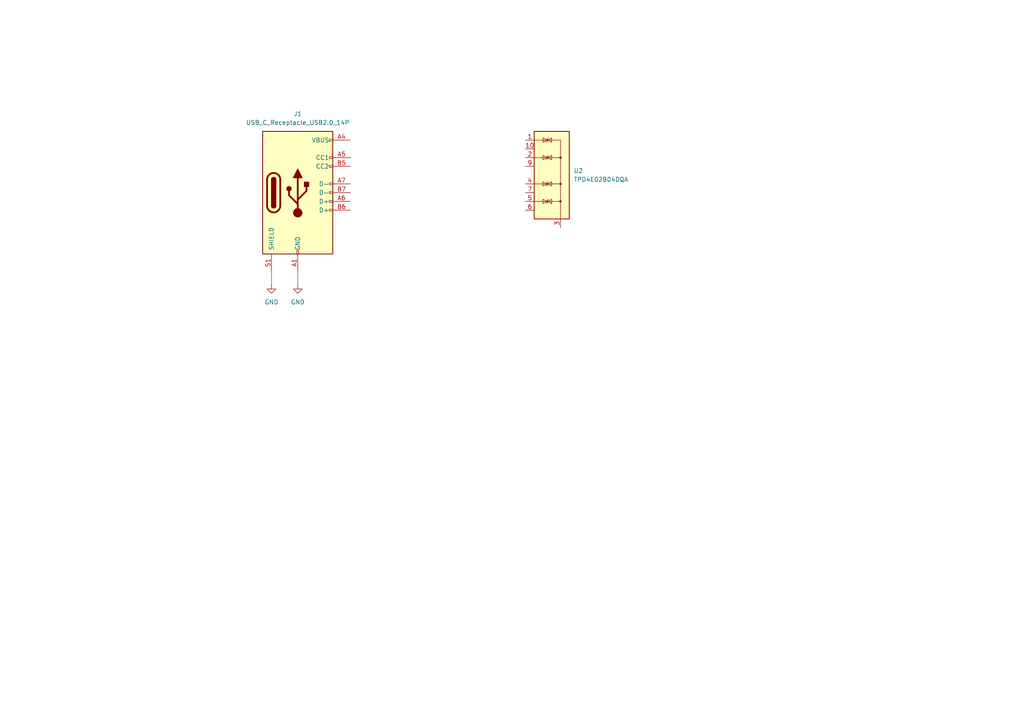
<source format=kicad_sch>
(kicad_sch (version 20231120) (generator "eeschema") (generator_version "8.0")
  (paper "A4")
  (lib_symbols
    (symbol "Connector:USB_C_Receptacle_USB2.0_14P" (pin_names (offset 1.016))
      (property "Reference" "J" (at 0 22.225 0))
      (property "Value" "USB_C_Receptacle_USB2.0_14P" (at 0 19.685 0))
      (symbol "USB_C_Receptacle_USB2.0_14P_0_0"
        (rectangle (start -0.254 -17.78) (end 0.254 -16.764))
        (rectangle (start 10.16 -4.826) (end 9.144 -5.334))
        (rectangle (start 10.16 -2.286) (end 9.144 -2.794))
        (rectangle (start 10.16 0.254) (end 9.144 -0.254))
        (rectangle (start 10.16 2.794) (end 9.144 2.286))
        (rectangle (start 10.16 7.874) (end 9.144 7.366))
        (rectangle (start 10.16 10.414) (end 9.144 9.906))
        (rectangle (start 10.16 15.494) (end 9.144 14.986))
      )
      (symbol "USB_C_Receptacle_USB2.0_14P_0_1"
        (rectangle (start -10.16 17.78) (end 10.16 -17.78) (stroke (width 0.254)) (fill (type background)))
        (arc (start -8.89 -3.81) (mid -6.985 -5.7067) (end -5.08 -3.81) (stroke (width 0.508)))
        (arc (start -7.62 -3.81) (mid -6.985 -4.4423) (end -6.35 -3.81) (stroke (width 0.254)))
        (arc (start -7.62 -3.81) (mid -6.985 -4.4423) (end -6.35 -3.81) (stroke (width 0.254)) (fill (type outline)))
        (rectangle (start -7.62 -3.81) (end -6.35 3.81) (stroke (width 0.254)) (fill (type outline)))
        (arc (start -6.35 3.81) (mid -6.985 4.4423) (end -7.62 3.81) (stroke (width 0.254)))
        (arc (start -6.35 3.81) (mid -6.985 4.4423) (end -7.62 3.81) (stroke (width 0.254)) (fill (type outline)))
        (arc (start -5.08 3.81) (mid -6.985 5.7067) (end -8.89 3.81) (stroke (width 0.508)))
        (circle (center -2.54 1.143) (radius 0.635) (stroke (width 0.254)) (fill (type outline)))
        (circle (center 0 -5.842) (radius 1.27) (fill (type outline)))
        (polyline (pts (xy -8.89 -3.81) (xy -8.89 3.81)) (stroke (width 0.508)))
        (polyline (pts (xy -5.08 3.81) (xy -5.08 -3.81)) (stroke (width 0.508)))
        (polyline (pts (xy 0 -5.842) (xy 0 4.318)) (stroke (width 0.508)))
        (polyline (pts (xy 0 -3.302) (xy -2.54 -0.762) (xy -2.54 0.508)) (stroke (width 0.508)))
        (polyline (pts (xy 0 -2.032) (xy 2.54 0.508) (xy 2.54 1.778)) (stroke (width 0.508)))
        (polyline (pts (xy -1.27 4.318) (xy 0 6.858) (xy 1.27 4.318) (xy -1.27 4.318)) (stroke (width 0.254)) (fill (type outline)))
        (rectangle (start 1.905 1.778) (end 3.175 3.048) (stroke (width 0.254)) (fill (type outline)))
      )
      (symbol "USB_C_Receptacle_USB2.0_14P_1_1"
        (pin passive line (at 0 -22.86 90) (length 5.08) (name "GND") (number "A1"))
        (pin passive line (at 0 -22.86 90) (length 5.08) hide (name "GND") (number "A12"))
        (pin passive line (at 15.24 15.24 180) (length 5.08) (name "VBUS") (number "A4"))
        (pin bidirectional line (at 15.24 10.16 180) (length 5.08) (name "CC1") (number "A5"))
        (pin bidirectional line (at 15.24 -2.54 180) (length 5.08) (name "D+") (number "A6"))
        (pin bidirectional line (at 15.24 2.54 180) (length 5.08) (name "D-") (number "A7"))
        (pin passive line (at 15.24 15.24 180) (length 5.08) hide (name "VBUS") (number "A9"))
        (pin passive line (at 0 -22.86 90) (length 5.08) hide (name "GND") (number "B1"))
        (pin passive line (at 0 -22.86 90) (length 5.08) hide (name "GND") (number "B12"))
        (pin passive line (at 15.24 15.24 180) (length 5.08) hide (name "VBUS") (number "B4"))
        (pin bidirectional line (at 15.24 7.62 180) (length 5.08) (name "CC2") (number "B5"))
        (pin bidirectional line (at 15.24 -5.08 180) (length 5.08) (name "D+") (number "B6"))
        (pin bidirectional line (at 15.24 0 180) (length 5.08) (name "D-") (number "B7"))
        (pin passive line (at 15.24 15.24 180) (length 5.08) hide (name "VBUS") (number "B9"))
        (pin passive line (at -7.62 -22.86 90) (length 5.08) (name "SHIELD") (number "S1"))
      )
    )
    (symbol "Power_Protection:TPD4E02B04DQA" (pin_names hide)
      (property "Reference" "U" (at 2.54 -11.43 0))
      (property "Value" "TPD4E02B04DQA" (at 7.62 1.905 0))
      (symbol "TPD4E02B04DQA_0_0"
        (pin passive line (at 2.54 -15.24 90) (length 2.54) (name "G") (number "3"))
      )
      (symbol "TPD4E02B04DQA_0_1"
        (rectangle (start -5.08 12.7) (end 5.08 -12.7) (stroke (width 0.254)) (fill (type background)))
        (polyline (pts (xy -5.08 -7.62) (xy 2.54 -7.62)))
        (polyline (pts (xy -5.08 -2.54) (xy 2.54 -2.54)))
        (polyline (pts (xy -5.08 5.08) (xy 2.54 5.08)))
        (polyline (pts (xy -5.08 10.16) (xy 2.54 10.16)))
        (polyline (pts (xy 2.54 10.16) (xy 2.54 -12.7)) (stroke (width 0.1524)))
        (polyline (pts (xy -1.27 -7.62) (xy 0 -8.255) (xy 0 -6.985) (xy -1.27 -7.62)))
        (polyline (pts (xy -1.27 -2.54) (xy 0 -3.175) (xy 0 -1.905) (xy -1.27 -2.54)))
        (polyline (pts (xy -1.27 5.08) (xy 0 4.445) (xy 0 5.715) (xy -1.27 5.08)))
        (polyline (pts (xy -1.27 10.16) (xy 0 9.525) (xy 0 10.795) (xy -1.27 10.16)))
        (circle (center 2.54 -7.62) (radius 0.254) (fill (type outline)))
        (circle (center 2.54 -2.54) (radius 0.254) (fill (type outline)))
        (circle (center 2.54 5.08) (radius 0.254) (fill (type outline)))
      )
      (symbol "TPD4E02B04DQA_1_1"
        (polyline (pts (xy -1.524 -8.255) (xy -1.27 -8.001) (xy -1.27 -7.239) (xy -1.016 -6.985)))
        (polyline (pts (xy -1.524 -3.175) (xy -1.27 -2.921) (xy -1.27 -2.159) (xy -1.016 -1.905)))
        (polyline (pts (xy -1.524 4.445) (xy -1.27 4.699) (xy -1.27 5.461) (xy -1.016 5.715)))
        (polyline (pts (xy -1.524 9.525) (xy -1.27 9.779) (xy -1.27 10.541) (xy -1.016 10.795)))
        (polyline (pts (xy -1.27 -7.62) (xy -2.54 -8.255) (xy -2.54 -6.985) (xy -1.27 -7.62)))
        (polyline (pts (xy -1.27 -2.54) (xy -2.54 -3.175) (xy -2.54 -1.905) (xy -1.27 -2.54)))
        (polyline (pts (xy -1.27 5.08) (xy -2.54 4.445) (xy -2.54 5.715) (xy -1.27 5.08)))
        (polyline (pts (xy -1.27 10.16) (xy -2.54 9.525) (xy -2.54 10.795) (xy -1.27 10.16)))
        (pin passive line (at -7.62 10.16 0) (length 2.54) (name "IO1") (number "1"))
        (pin free line (at -7.62 7.62 0) (length 2.54) (name "NC") (number "10"))
        (pin passive line (at -7.62 5.08 0) (length 2.54) (name "IO2") (number "2"))
        (pin passive line (at -7.62 -2.54 0) (length 2.54) (name "IO3") (number "4"))
        (pin passive line (at -7.62 -7.62 0) (length 2.54) (name "IO4") (number "5"))
        (pin free line (at -7.62 -10.16 0) (length 2.54) (name "NC") (number "6"))
        (pin free line (at -7.62 -5.08 0) (length 2.54) (name "NC") (number "7"))
        (pin passive line (at 2.54 -15.24 90) (length 2.54) hide (name "G") (number "8"))
        (pin free line (at -7.62 2.54 0) (length 2.54) (name "NC") (number "9"))
      )
    )
    (symbol "power:GND" (power) (pin_numbers hide) (pin_names (offset 0) hide)
      (property "Value" "GND" (at 0 -3.81 0))
      (symbol "GND_0_1"
        (polyline (pts (xy 0 0) (xy 0 -1.27) (xy 1.27 -1.27) (xy 0 -2.54) (xy -1.27 -1.27) (xy 0 -1.27)))
      )
      (symbol "GND_1_1"
        (pin power_in line (at 0 0 270) (length 0) (name "~") (number "1"))
      )
    )
  )
  (wire (pts (xy 78.74 78.74) (xy 78.74 82.55)))
  (wire (pts (xy 86.36 78.74) (xy 86.36 82.55)))
  (symbol (lib_id "power:GND") (at 86.36 82.55 0) (unit 1)
    (property "Reference" "#PWR02" (effects (hide yes)))
    (property "Value" "GND" (at 86.36 87.63 0))
    (property "Description" "Power symbol creates a global label with name \"GND\" , ground" (effects (hide yes)))
  )
  (symbol (lib_id "Power_Protection:TPD4E02B04DQA") (at 160.02 50.8 0) (unit 1)
    (property "Reference" "U2" (at 166.37 49.5299 0) (effects (justify left)))
    (property "Value" "TPD4E02B04DQA" (at 166.37 52.0699 0) (effects (justify left)))
    (property "Footprint" "Package_SON:USON-10_2.5x1.0mm_P0.5mm" (effects (hide yes)))
    (property "Datasheet" "http://www.ti.com/lit/ds/symlink/tpd4e02b04.pdf" (effects (hide yes)))
    (property "Description" "4-Channel ESD Protection Diode for USB Type-C and HDMI 2.0, USON-10" (effects (hide yes)))
  )
  (symbol (lib_id "power:GND") (at 78.74 82.55 0) (unit 1)
    (property "Reference" "#PWR01" (effects (hide yes)))
    (property "Value" "GND" (at 78.74 87.63 0))
    (property "Description" "Power symbol creates a global label with name \"GND\" , ground" (effects (hide yes)))
  )
  (symbol (lib_id "Connector:USB_C_Receptacle_USB2.0_14P") (at 86.36 55.88 0) (unit 1)
    (property "Reference" "J1" (at 86.36 33.02 0))
    (property "Value" "USB_C_Receptacle_USB2.0_14P" (at 86.36 35.56 0))
    (property "Datasheet" "https://www.usb.org/sites/default/files/documents/usb_type-c.zip" (effects (hide yes)))
    (property "Description" "USB 2.0-only 14P Type-C Receptacle connector" (effects (hide yes)))
  )
)
</source>
